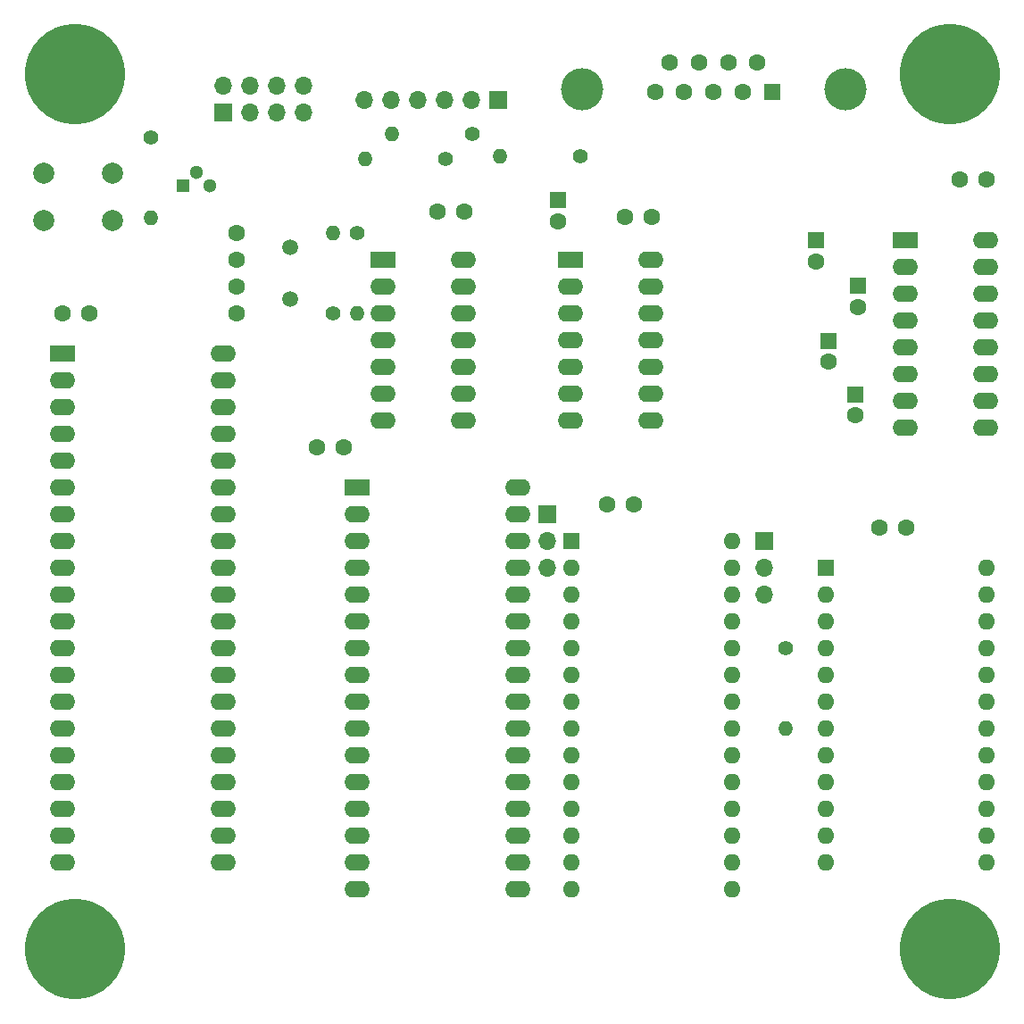
<source format=gts>
G04 #@! TF.GenerationSoftware,KiCad,Pcbnew,(6.0.1)*
G04 #@! TF.CreationDate,2022-09-17T13:46:00-04:00*
G04 #@! TF.ProjectId,SIMPLE-Z80,53494d50-4c45-42d5-9a38-302e6b696361,1*
G04 #@! TF.SameCoordinates,Original*
G04 #@! TF.FileFunction,Soldermask,Top*
G04 #@! TF.FilePolarity,Negative*
%FSLAX46Y46*%
G04 Gerber Fmt 4.6, Leading zero omitted, Abs format (unit mm)*
G04 Created by KiCad (PCBNEW (6.0.1)) date 2022-09-17 13:46:00*
%MOMM*%
%LPD*%
G01*
G04 APERTURE LIST*
%ADD10C,4.000000*%
%ADD11R,1.600000X1.600000*%
%ADD12C,1.600000*%
%ADD13R,2.400000X1.600000*%
%ADD14O,2.400000X1.600000*%
%ADD15C,1.400000*%
%ADD16O,1.400000X1.400000*%
%ADD17C,9.525000*%
%ADD18R,1.700000X1.700000*%
%ADD19O,1.700000X1.700000*%
%ADD20O,1.600000X1.600000*%
%ADD21R,1.300000X1.300000*%
%ADD22C,1.300000*%
%ADD23C,2.000000*%
%ADD24C,1.500000*%
G04 APERTURE END LIST*
D10*
X143237000Y-51769844D03*
X168237000Y-51769844D03*
D11*
X161277000Y-52069844D03*
D12*
X158507000Y-52069844D03*
X155737000Y-52069844D03*
X152967000Y-52069844D03*
X150197000Y-52069844D03*
X159892000Y-49229844D03*
X157122000Y-49229844D03*
X154352000Y-49229844D03*
X151582000Y-49229844D03*
D13*
X173967000Y-66054844D03*
D14*
X173967000Y-68594844D03*
X173967000Y-71134844D03*
X173967000Y-73674844D03*
X173967000Y-76214844D03*
X173967000Y-78754844D03*
X173967000Y-81294844D03*
X173967000Y-83834844D03*
X181587000Y-83834844D03*
X181587000Y-81294844D03*
X181587000Y-78754844D03*
X181587000Y-76214844D03*
X181587000Y-73674844D03*
X181587000Y-71134844D03*
X181587000Y-68594844D03*
X181587000Y-66054844D03*
D12*
X120642000Y-85729844D03*
X118142000Y-85729844D03*
D15*
X119626000Y-73029844D03*
D16*
X119626000Y-65409844D03*
D15*
X102354000Y-56392844D03*
D16*
X102354000Y-64012844D03*
D12*
X96512000Y-73029844D03*
X94012000Y-73029844D03*
D17*
X95150000Y-50350000D03*
D15*
X162552000Y-104779844D03*
D16*
X162552000Y-112399844D03*
D12*
X129560000Y-63373000D03*
X132060000Y-63373000D03*
D15*
X130302000Y-58420000D03*
D16*
X122682000Y-58420000D03*
D13*
X124437000Y-67944844D03*
D14*
X124437000Y-70484844D03*
X124437000Y-73024844D03*
X124437000Y-75564844D03*
X124437000Y-78104844D03*
X124437000Y-80644844D03*
X124437000Y-83184844D03*
X132057000Y-83184844D03*
X132057000Y-80644844D03*
X132057000Y-78104844D03*
X132057000Y-75564844D03*
X132057000Y-73024844D03*
X132057000Y-70484844D03*
X132057000Y-67944844D03*
D18*
X109222000Y-53984844D03*
D19*
X109222000Y-51444844D03*
X111762000Y-53984844D03*
X111762000Y-51444844D03*
X114302000Y-53984844D03*
X114302000Y-51444844D03*
X116842000Y-53984844D03*
X116842000Y-51444844D03*
D12*
X148189000Y-91186000D03*
X145689000Y-91186000D03*
X110482000Y-70489844D03*
X110482000Y-72989844D03*
D13*
X93992000Y-76844844D03*
D14*
X93992000Y-79384844D03*
X93992000Y-81924844D03*
X93992000Y-84464844D03*
X93992000Y-87004844D03*
X93992000Y-89544844D03*
X93992000Y-92084844D03*
X93992000Y-94624844D03*
X93992000Y-97164844D03*
X93992000Y-99704844D03*
X93992000Y-102244844D03*
X93992000Y-104784844D03*
X93992000Y-107324844D03*
X93992000Y-109864844D03*
X93992000Y-112404844D03*
X93992000Y-114944844D03*
X93992000Y-117484844D03*
X93992000Y-120024844D03*
X93992000Y-122564844D03*
X93992000Y-125104844D03*
X109232000Y-125104844D03*
X109232000Y-122564844D03*
X109232000Y-120024844D03*
X109232000Y-117484844D03*
X109232000Y-114944844D03*
X109232000Y-112404844D03*
X109232000Y-109864844D03*
X109232000Y-107324844D03*
X109232000Y-104784844D03*
X109232000Y-102244844D03*
X109232000Y-99704844D03*
X109232000Y-97164844D03*
X109232000Y-94624844D03*
X109232000Y-92084844D03*
X109232000Y-89544844D03*
X109232000Y-87004844D03*
X109232000Y-84464844D03*
X109232000Y-81924844D03*
X109232000Y-79384844D03*
X109232000Y-76844844D03*
D11*
X165481000Y-66100888D03*
D12*
X165481000Y-68100888D03*
X110482000Y-67949844D03*
X110482000Y-65449844D03*
D11*
X166362000Y-97159844D03*
D20*
X166362000Y-99699844D03*
X166362000Y-102239844D03*
X166362000Y-104779844D03*
X166362000Y-107319844D03*
X166362000Y-109859844D03*
X166362000Y-112399844D03*
X166362000Y-114939844D03*
X166362000Y-117479844D03*
X166362000Y-120019844D03*
X166362000Y-122559844D03*
X166362000Y-125099844D03*
X181602000Y-125099844D03*
X181602000Y-122559844D03*
X181602000Y-120019844D03*
X181602000Y-117479844D03*
X181602000Y-114939844D03*
X181602000Y-112399844D03*
X181602000Y-109859844D03*
X181602000Y-107319844D03*
X181602000Y-104779844D03*
X181602000Y-102239844D03*
X181602000Y-99699844D03*
X181602000Y-97159844D03*
D11*
X166624000Y-75625888D03*
D12*
X166624000Y-77625888D03*
X179090000Y-60325000D03*
X181590000Y-60325000D03*
D17*
X95150000Y-133350000D03*
D18*
X135342000Y-52829844D03*
D19*
X132802000Y-52829844D03*
X130262000Y-52829844D03*
X127722000Y-52829844D03*
X125182000Y-52829844D03*
X122642000Y-52829844D03*
D21*
X105402000Y-60943844D03*
D22*
X106672000Y-59673844D03*
X107942000Y-60943844D03*
D13*
X121932000Y-89539844D03*
D14*
X121932000Y-92079844D03*
X121932000Y-94619844D03*
X121932000Y-97159844D03*
X121932000Y-99699844D03*
X121932000Y-102239844D03*
X121932000Y-104779844D03*
X121932000Y-107319844D03*
X121932000Y-109859844D03*
X121932000Y-112399844D03*
X121932000Y-114939844D03*
X121932000Y-117479844D03*
X121932000Y-120019844D03*
X121932000Y-122559844D03*
X121932000Y-125099844D03*
X121932000Y-127639844D03*
X137172000Y-127639844D03*
X137172000Y-125099844D03*
X137172000Y-122559844D03*
X137172000Y-120019844D03*
X137172000Y-117479844D03*
X137172000Y-114939844D03*
X137172000Y-112399844D03*
X137172000Y-109859844D03*
X137172000Y-107319844D03*
X137172000Y-104779844D03*
X137172000Y-102239844D03*
X137172000Y-99699844D03*
X137172000Y-97159844D03*
X137172000Y-94619844D03*
X137172000Y-92079844D03*
X137172000Y-89539844D03*
D23*
X92246000Y-59730844D03*
X98746000Y-59730844D03*
X92246000Y-64230844D03*
X98746000Y-64230844D03*
D11*
X142252000Y-94629844D03*
D20*
X142252000Y-97169844D03*
X142252000Y-99709844D03*
X142252000Y-102249844D03*
X142252000Y-104789844D03*
X142252000Y-107329844D03*
X142252000Y-109869844D03*
X142252000Y-112409844D03*
X142252000Y-114949844D03*
X142252000Y-117489844D03*
X142252000Y-120029844D03*
X142252000Y-122569844D03*
X142252000Y-125109844D03*
X142252000Y-127649844D03*
X157492000Y-127649844D03*
X157492000Y-125109844D03*
X157492000Y-122569844D03*
X157492000Y-120029844D03*
X157492000Y-117489844D03*
X157492000Y-114949844D03*
X157492000Y-112409844D03*
X157492000Y-109869844D03*
X157492000Y-107329844D03*
X157492000Y-104789844D03*
X157492000Y-102249844D03*
X157492000Y-99709844D03*
X157492000Y-97169844D03*
X157492000Y-94629844D03*
D17*
X178150000Y-50350000D03*
D12*
X147340000Y-63881000D03*
X149840000Y-63881000D03*
D15*
X143129000Y-58166000D03*
D16*
X135509000Y-58166000D03*
D18*
X139954000Y-92090000D03*
D19*
X139954000Y-94630000D03*
X139954000Y-97170000D03*
D17*
X178150000Y-133350000D03*
D11*
X140970000Y-62290888D03*
D12*
X140970000Y-64290888D03*
D11*
X169164000Y-80705888D03*
D12*
X169164000Y-82705888D03*
D15*
X121912000Y-65409844D03*
D16*
X121912000Y-73029844D03*
D13*
X142217000Y-67944844D03*
D14*
X142217000Y-70484844D03*
X142217000Y-73024844D03*
X142217000Y-75564844D03*
X142217000Y-78104844D03*
X142217000Y-80644844D03*
X142217000Y-83184844D03*
X149837000Y-83184844D03*
X149837000Y-80644844D03*
X149837000Y-78104844D03*
X149837000Y-75564844D03*
X149837000Y-73024844D03*
X149837000Y-70484844D03*
X149837000Y-67944844D03*
D15*
X132842000Y-56007000D03*
D16*
X125222000Y-56007000D03*
D24*
X115562000Y-66769844D03*
X115562000Y-71649844D03*
D12*
X173982000Y-93349844D03*
X171482000Y-93349844D03*
D18*
X160528000Y-94630000D03*
D19*
X160528000Y-97170000D03*
X160528000Y-99710000D03*
D11*
X169418000Y-70418888D03*
D12*
X169418000Y-72418888D03*
M02*

</source>
